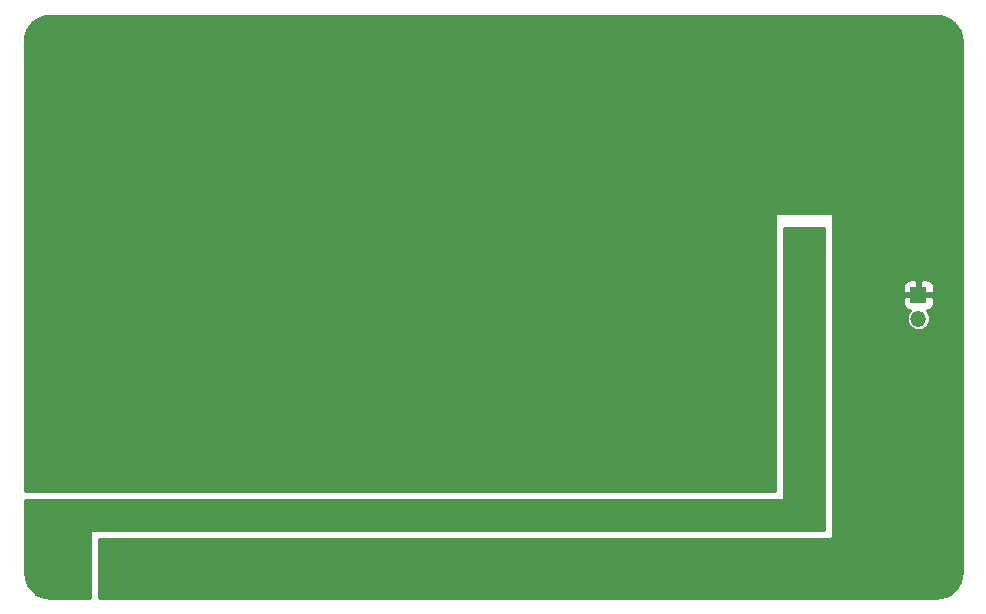
<source format=gbr>
G04 #@! TF.GenerationSoftware,KiCad,Pcbnew,5.1.2*
G04 #@! TF.CreationDate,2019-07-04T05:20:16+02:00*
G04 #@! TF.ProjectId,ledside_rev17,6c656473-6964-4655-9f72-657631372e6b,rev?*
G04 #@! TF.SameCoordinates,Original*
G04 #@! TF.FileFunction,Copper,L2,Bot*
G04 #@! TF.FilePolarity,Positive*
%FSLAX46Y46*%
G04 Gerber Fmt 4.6, Leading zero omitted, Abs format (unit mm)*
G04 Created by KiCad (PCBNEW 5.1.2) date 2019-07-04 05:20:16*
%MOMM*%
%LPD*%
G04 APERTURE LIST*
%ADD10O,1.350000X1.350000*%
%ADD11R,1.350000X1.350000*%
%ADD12C,0.700000*%
%ADD13C,4.400000*%
%ADD14C,0.800000*%
%ADD15C,0.254000*%
G04 APERTURE END LIST*
D10*
X110500000Y-51200000D03*
D11*
X110500000Y-49200000D03*
D12*
X35833274Y-73866726D03*
X37000000Y-74350000D03*
X38166726Y-73866726D03*
X38650000Y-72700000D03*
X38166726Y-71533274D03*
X37000000Y-71050000D03*
X35833274Y-71533274D03*
X35350000Y-72700000D03*
D13*
X37000000Y-72700000D03*
D12*
X35783274Y-28866726D03*
X36950000Y-29350000D03*
X38116726Y-28866726D03*
X38600000Y-27700000D03*
X38116726Y-26533274D03*
X36950000Y-26050000D03*
X35783274Y-26533274D03*
X35300000Y-27700000D03*
D13*
X36950000Y-27700000D03*
D12*
X110833274Y-28866726D03*
X112000000Y-29350000D03*
X113166726Y-28866726D03*
X113650000Y-27700000D03*
X113166726Y-26533274D03*
X112000000Y-26050000D03*
X110833274Y-26533274D03*
X110350000Y-27700000D03*
D13*
X112000000Y-27700000D03*
D12*
X110783274Y-73866726D03*
X111950000Y-74350000D03*
X113116726Y-73866726D03*
X113600000Y-72700000D03*
X113116726Y-71533274D03*
X111950000Y-71050000D03*
X110783274Y-71533274D03*
X110300000Y-72700000D03*
D13*
X111950000Y-72700000D03*
D14*
X100950000Y-45600000D03*
X100950000Y-47000000D03*
X100950000Y-48400000D03*
X35300000Y-70200000D03*
X39500000Y-74400000D03*
X44500000Y-26000000D03*
X54500000Y-26000000D03*
X64500000Y-26000000D03*
X74500000Y-26000000D03*
X84500000Y-26000000D03*
X104500000Y-26000000D03*
X35250000Y-50200000D03*
X94500000Y-26000000D03*
X74500000Y-74400000D03*
X64500000Y-74400000D03*
X54500000Y-74400000D03*
X44500000Y-74400000D03*
X84500000Y-74400000D03*
X94500000Y-74400000D03*
X104500000Y-74400000D03*
X113700000Y-50200000D03*
X113700000Y-40200000D03*
X113700000Y-30200000D03*
X113700000Y-60200000D03*
X113700000Y-70200000D03*
X35250000Y-40200000D03*
X35250000Y-30200000D03*
X35250000Y-60200000D03*
X97800000Y-47800000D03*
X97800000Y-45800000D03*
X97800000Y-43800000D03*
X94400000Y-52000000D03*
X92400000Y-52000000D03*
X90400000Y-52000000D03*
X97800000Y-58100000D03*
X97800000Y-60100000D03*
X97800000Y-62200000D03*
D15*
G36*
X102473000Y-69073000D02*
G01*
X40500000Y-69073000D01*
X40475224Y-69075440D01*
X40451399Y-69082667D01*
X40429443Y-69094403D01*
X40410197Y-69110197D01*
X40394403Y-69129443D01*
X40382667Y-69151399D01*
X40375440Y-69175224D01*
X40373000Y-69200000D01*
X40373000Y-74848000D01*
X37017215Y-74848000D01*
X36583115Y-74805436D01*
X36182104Y-74684365D01*
X35812245Y-74487706D01*
X35487635Y-74222960D01*
X35220626Y-73900201D01*
X35021394Y-73531730D01*
X34897526Y-73131578D01*
X34852000Y-72698422D01*
X34852000Y-66527000D01*
X99000000Y-66527000D01*
X99024776Y-66524560D01*
X99048601Y-66517333D01*
X99070557Y-66505597D01*
X99089803Y-66489803D01*
X99105597Y-66470557D01*
X99117333Y-66448601D01*
X99124560Y-66424776D01*
X99127000Y-66400000D01*
X99127000Y-43527000D01*
X102473000Y-43527000D01*
X102473000Y-69073000D01*
X102473000Y-69073000D01*
G37*
X102473000Y-69073000D02*
X40500000Y-69073000D01*
X40475224Y-69075440D01*
X40451399Y-69082667D01*
X40429443Y-69094403D01*
X40410197Y-69110197D01*
X40394403Y-69129443D01*
X40382667Y-69151399D01*
X40375440Y-69175224D01*
X40373000Y-69200000D01*
X40373000Y-74848000D01*
X37017215Y-74848000D01*
X36583115Y-74805436D01*
X36182104Y-74684365D01*
X35812245Y-74487706D01*
X35487635Y-74222960D01*
X35220626Y-73900201D01*
X35021394Y-73531730D01*
X34897526Y-73131578D01*
X34852000Y-72698422D01*
X34852000Y-66527000D01*
X99000000Y-66527000D01*
X99024776Y-66524560D01*
X99048601Y-66517333D01*
X99070557Y-66505597D01*
X99089803Y-66489803D01*
X99105597Y-66470557D01*
X99117333Y-66448601D01*
X99124560Y-66424776D01*
X99127000Y-66400000D01*
X99127000Y-43527000D01*
X102473000Y-43527000D01*
X102473000Y-69073000D01*
G36*
X112416890Y-25594564D02*
G01*
X112817893Y-25715635D01*
X113187752Y-25912292D01*
X113512366Y-26177040D01*
X113779374Y-26499799D01*
X113978606Y-26868270D01*
X114102474Y-27268422D01*
X114148001Y-27701587D01*
X114148000Y-72682785D01*
X114105436Y-73116885D01*
X113984365Y-73517896D01*
X113787706Y-73887755D01*
X113522960Y-74212365D01*
X113200201Y-74479374D01*
X112831730Y-74678606D01*
X112431578Y-74802474D01*
X111998422Y-74848000D01*
X41127000Y-74848000D01*
X41127000Y-69827000D01*
X103100000Y-69827000D01*
X103124776Y-69824560D01*
X103148601Y-69817333D01*
X103170557Y-69805597D01*
X103189803Y-69789803D01*
X103205597Y-69770557D01*
X103217333Y-69748601D01*
X103224560Y-69724776D01*
X103227000Y-69700000D01*
X103227000Y-49875000D01*
X109186928Y-49875000D01*
X109199188Y-49999482D01*
X109235498Y-50119180D01*
X109294463Y-50229494D01*
X109373815Y-50326185D01*
X109470506Y-50405537D01*
X109580820Y-50464502D01*
X109700518Y-50500812D01*
X109771815Y-50507834D01*
X109662836Y-50640625D01*
X109569794Y-50814696D01*
X109512498Y-51003574D01*
X109493152Y-51200000D01*
X109512498Y-51396426D01*
X109569794Y-51585304D01*
X109662836Y-51759375D01*
X109788051Y-51911949D01*
X109940625Y-52037164D01*
X110114696Y-52130206D01*
X110303574Y-52187502D01*
X110450777Y-52202000D01*
X110549223Y-52202000D01*
X110696426Y-52187502D01*
X110885304Y-52130206D01*
X111059375Y-52037164D01*
X111211949Y-51911949D01*
X111337164Y-51759375D01*
X111430206Y-51585304D01*
X111487502Y-51396426D01*
X111506848Y-51200000D01*
X111487502Y-51003574D01*
X111430206Y-50814696D01*
X111337164Y-50640625D01*
X111228185Y-50507834D01*
X111299482Y-50500812D01*
X111419180Y-50464502D01*
X111529494Y-50405537D01*
X111626185Y-50326185D01*
X111705537Y-50229494D01*
X111764502Y-50119180D01*
X111800812Y-49999482D01*
X111813072Y-49875000D01*
X111810000Y-49485750D01*
X111651250Y-49327000D01*
X110627000Y-49327000D01*
X110627000Y-49347000D01*
X110373000Y-49347000D01*
X110373000Y-49327000D01*
X109348750Y-49327000D01*
X109190000Y-49485750D01*
X109186928Y-49875000D01*
X103227000Y-49875000D01*
X103227000Y-48525000D01*
X109186928Y-48525000D01*
X109190000Y-48914250D01*
X109348750Y-49073000D01*
X110373000Y-49073000D01*
X110373000Y-48048750D01*
X110627000Y-48048750D01*
X110627000Y-49073000D01*
X111651250Y-49073000D01*
X111810000Y-48914250D01*
X111813072Y-48525000D01*
X111800812Y-48400518D01*
X111764502Y-48280820D01*
X111705537Y-48170506D01*
X111626185Y-48073815D01*
X111529494Y-47994463D01*
X111419180Y-47935498D01*
X111299482Y-47899188D01*
X111175000Y-47886928D01*
X110785750Y-47890000D01*
X110627000Y-48048750D01*
X110373000Y-48048750D01*
X110214250Y-47890000D01*
X109825000Y-47886928D01*
X109700518Y-47899188D01*
X109580820Y-47935498D01*
X109470506Y-47994463D01*
X109373815Y-48073815D01*
X109294463Y-48170506D01*
X109235498Y-48280820D01*
X109199188Y-48400518D01*
X109186928Y-48525000D01*
X103227000Y-48525000D01*
X103227000Y-42400000D01*
X103224560Y-42375224D01*
X103217333Y-42351399D01*
X103205597Y-42329443D01*
X103189803Y-42310197D01*
X103170557Y-42294403D01*
X103148601Y-42282667D01*
X103124776Y-42275440D01*
X103100000Y-42273000D01*
X98500000Y-42273000D01*
X98475224Y-42275440D01*
X98451399Y-42282667D01*
X98429443Y-42294403D01*
X98410197Y-42310197D01*
X98394403Y-42329443D01*
X98382667Y-42351399D01*
X98375440Y-42375224D01*
X98373000Y-42400000D01*
X98373000Y-65773000D01*
X34852000Y-65773000D01*
X34852000Y-27717215D01*
X34894564Y-27283110D01*
X35015635Y-26882107D01*
X35212292Y-26512248D01*
X35477040Y-26187634D01*
X35799799Y-25920626D01*
X36168270Y-25721394D01*
X36568422Y-25597526D01*
X37001578Y-25552000D01*
X111982785Y-25552000D01*
X112416890Y-25594564D01*
X112416890Y-25594564D01*
G37*
X112416890Y-25594564D02*
X112817893Y-25715635D01*
X113187752Y-25912292D01*
X113512366Y-26177040D01*
X113779374Y-26499799D01*
X113978606Y-26868270D01*
X114102474Y-27268422D01*
X114148001Y-27701587D01*
X114148000Y-72682785D01*
X114105436Y-73116885D01*
X113984365Y-73517896D01*
X113787706Y-73887755D01*
X113522960Y-74212365D01*
X113200201Y-74479374D01*
X112831730Y-74678606D01*
X112431578Y-74802474D01*
X111998422Y-74848000D01*
X41127000Y-74848000D01*
X41127000Y-69827000D01*
X103100000Y-69827000D01*
X103124776Y-69824560D01*
X103148601Y-69817333D01*
X103170557Y-69805597D01*
X103189803Y-69789803D01*
X103205597Y-69770557D01*
X103217333Y-69748601D01*
X103224560Y-69724776D01*
X103227000Y-69700000D01*
X103227000Y-49875000D01*
X109186928Y-49875000D01*
X109199188Y-49999482D01*
X109235498Y-50119180D01*
X109294463Y-50229494D01*
X109373815Y-50326185D01*
X109470506Y-50405537D01*
X109580820Y-50464502D01*
X109700518Y-50500812D01*
X109771815Y-50507834D01*
X109662836Y-50640625D01*
X109569794Y-50814696D01*
X109512498Y-51003574D01*
X109493152Y-51200000D01*
X109512498Y-51396426D01*
X109569794Y-51585304D01*
X109662836Y-51759375D01*
X109788051Y-51911949D01*
X109940625Y-52037164D01*
X110114696Y-52130206D01*
X110303574Y-52187502D01*
X110450777Y-52202000D01*
X110549223Y-52202000D01*
X110696426Y-52187502D01*
X110885304Y-52130206D01*
X111059375Y-52037164D01*
X111211949Y-51911949D01*
X111337164Y-51759375D01*
X111430206Y-51585304D01*
X111487502Y-51396426D01*
X111506848Y-51200000D01*
X111487502Y-51003574D01*
X111430206Y-50814696D01*
X111337164Y-50640625D01*
X111228185Y-50507834D01*
X111299482Y-50500812D01*
X111419180Y-50464502D01*
X111529494Y-50405537D01*
X111626185Y-50326185D01*
X111705537Y-50229494D01*
X111764502Y-50119180D01*
X111800812Y-49999482D01*
X111813072Y-49875000D01*
X111810000Y-49485750D01*
X111651250Y-49327000D01*
X110627000Y-49327000D01*
X110627000Y-49347000D01*
X110373000Y-49347000D01*
X110373000Y-49327000D01*
X109348750Y-49327000D01*
X109190000Y-49485750D01*
X109186928Y-49875000D01*
X103227000Y-49875000D01*
X103227000Y-48525000D01*
X109186928Y-48525000D01*
X109190000Y-48914250D01*
X109348750Y-49073000D01*
X110373000Y-49073000D01*
X110373000Y-48048750D01*
X110627000Y-48048750D01*
X110627000Y-49073000D01*
X111651250Y-49073000D01*
X111810000Y-48914250D01*
X111813072Y-48525000D01*
X111800812Y-48400518D01*
X111764502Y-48280820D01*
X111705537Y-48170506D01*
X111626185Y-48073815D01*
X111529494Y-47994463D01*
X111419180Y-47935498D01*
X111299482Y-47899188D01*
X111175000Y-47886928D01*
X110785750Y-47890000D01*
X110627000Y-48048750D01*
X110373000Y-48048750D01*
X110214250Y-47890000D01*
X109825000Y-47886928D01*
X109700518Y-47899188D01*
X109580820Y-47935498D01*
X109470506Y-47994463D01*
X109373815Y-48073815D01*
X109294463Y-48170506D01*
X109235498Y-48280820D01*
X109199188Y-48400518D01*
X109186928Y-48525000D01*
X103227000Y-48525000D01*
X103227000Y-42400000D01*
X103224560Y-42375224D01*
X103217333Y-42351399D01*
X103205597Y-42329443D01*
X103189803Y-42310197D01*
X103170557Y-42294403D01*
X103148601Y-42282667D01*
X103124776Y-42275440D01*
X103100000Y-42273000D01*
X98500000Y-42273000D01*
X98475224Y-42275440D01*
X98451399Y-42282667D01*
X98429443Y-42294403D01*
X98410197Y-42310197D01*
X98394403Y-42329443D01*
X98382667Y-42351399D01*
X98375440Y-42375224D01*
X98373000Y-42400000D01*
X98373000Y-65773000D01*
X34852000Y-65773000D01*
X34852000Y-27717215D01*
X34894564Y-27283110D01*
X35015635Y-26882107D01*
X35212292Y-26512248D01*
X35477040Y-26187634D01*
X35799799Y-25920626D01*
X36168270Y-25721394D01*
X36568422Y-25597526D01*
X37001578Y-25552000D01*
X111982785Y-25552000D01*
X112416890Y-25594564D01*
M02*

</source>
